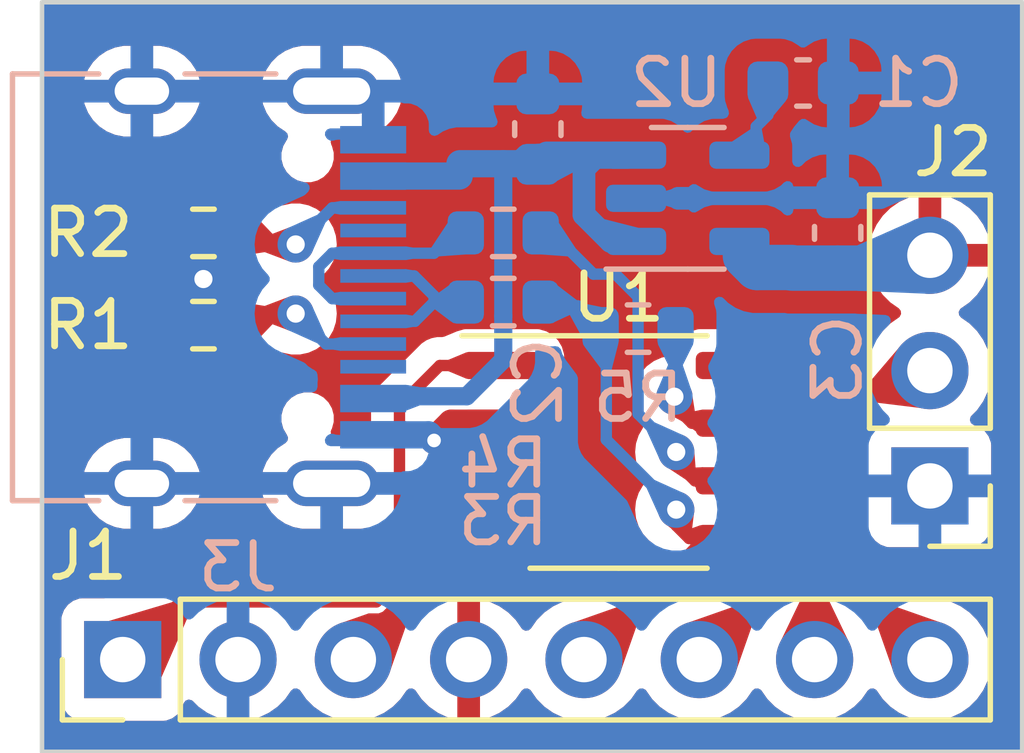
<source format=kicad_pcb>
(kicad_pcb (version 20240108) (generator "pcbnew") (generator_version "8.0")
  (layers (0 "F.Cu" signal) (31 "B.Cu" signal) (34 "B.Paste" user) (35 "F.Paste" user) (36 "B.SilkS" user "B.Silks") (37 "F.SilkS" user "F.Silks") (38 "B.Mask" user) (39 "F.Mask" user) (44 "Edge.Cuts" user))
  (net 0 "")
  (net 1 "Net-(J1-Pin_1)")
  (net 2 "Net-(J1-Pin_3)")
  (net 3 "GND")
  (net 4 "Net-(J1-Pin_5)")
  (net 5 "Net-(J1-Pin_6)")
  (net 6 "Net-(J1-Pin_7)")
  (net 7 "Net-(J1-Pin_8)")
  (net 8 "Net-(U2-EN)")
  (net 9 "Net-(J3-CC1)")
  (net 10 "Net-(J3-D+-PadA6)")
  (net 11 "Net-(J3-D--PadA7)")
  (net 13 "Net-(J3-CC2)")
  (net 15 "/Vcc")
  (net 16 "Net-(U2-BP)")
  (footprint "Resistor_SMD:R_0603_1608Metric" (layer "F.Cu") (at 144.526 103.124 180)
    (property "Reference" "R1" (at 2.54 0 180) (layer "F.SilkS"))
    (property "Value" "R_US" (hide yes))
    (fp_line (start -0.237258 0.5225) (end 0.237258 0.5225) (stroke (width 0.12)) (layer "F.SilkS"))
    (fp_line (start -0.237258 -0.5225) (end 0.237258 -0.5225) (stroke (width 0.12)) (layer "F.SilkS"))
    (pad "1" smd roundrect (at -0.825 0 180) (size 0.8 0.95) (layers "F.Cu" "F.Paste" "F.Mask") (net 9 "Net-(J3-CC1)"))
    (pad "2" smd roundrect (at 0.825 0 180) (size 0.8 0.95) (layers "F.Cu" "F.Paste" "F.Mask") (net 3 "GND"))
  )
  (footprint "Connector_PinHeader_2.54mm:PinHeader_1x03_P2.54mm_Vertical" (layer "F.Cu") (at 160.528 106.665 180)
    (property "Reference" "J2" (at -0.508 7.351 0) (layer "F.SilkS"))
    (property "Value" "Conn_01x03_Pin" (hide yes))
    (fp_line (start 1.33 1.27) (end 1.33 6.41) (stroke (width 0.12)) (layer "F.SilkS"))
    (fp_line (start -1.33 6.41) (end 1.33 6.41) (stroke (width 0.12)) (layer "F.SilkS"))
    (fp_line (start -1.33 1.27) (end 1.33 1.27) (stroke (width 0.12)) (layer "F.SilkS"))
    (fp_line (start -1.33 1.27) (end -1.33 6.41) (stroke (width 0.12)) (layer "F.SilkS"))
    (fp_line (start -1.33 0) (end -1.33 -1.33) (stroke (width 0.12)) (layer "F.SilkS"))
    (fp_line (start -1.33 -1.33) (end 0 -1.33) (stroke (width 0.12)) (layer "F.SilkS"))
    (pad "1" thru_hole rect (at 0 0 180) (size 1.7 1.7) (drill 1) (layers "*.Cu" "*.Mask") (net 3 "GND"))
    (pad "2" thru_hole oval (at 0 2.54 180) (size 1.7 1.7) (drill 1) (layers "*.Cu" "*.Mask") (net 7 "Net-(J1-Pin_8)"))
    (pad "3" thru_hole oval (at 0 5.08 180) (size 1.7 1.7) (drill 1) (layers "*.Cu" "*.Mask") (net 15 "/Vcc"))
  )
  (footprint "Resistor_SMD:R_0603_1608Metric" (layer "F.Cu") (at 144.526 101.092 180)
    (property "Reference" "R2" (at 2.54 0 180) (layer "F.SilkS"))
    (property "Value" "R_US" (hide yes))
    (fp_line (start -0.237258 0.5225) (end 0.237258 0.5225) (stroke (width 0.12)) (layer "F.SilkS"))
    (fp_line (start -0.237258 -0.5225) (end 0.237258 -0.5225) (stroke (width 0.12)) (layer "F.SilkS"))
    (pad "1" smd roundrect (at -0.825 0 180) (size 0.8 0.95) (layers "F.Cu" "F.Paste" "F.Mask") (net 13 "Net-(J3-CC2)"))
    (pad "2" smd roundrect (at 0.825 0 180) (size 0.8 0.95) (layers "F.Cu" "F.Paste" "F.Mask") (net 3 "GND"))
  )
  (footprint "Connector_PinHeader_2.54mm:PinHeader_1x08_P2.54mm_Vertical" (layer "F.Cu") (at 142.748 110.49 90)
    (property "Reference" "J1" (at 2.286 -0.762 180) (layer "F.SilkS"))
    (property "Value" "Conn_01x08_Pin" (hide yes))
    (fp_line (start -1.33 -1.33) (end 0 -1.33) (stroke (width 0.12)) (layer "F.SilkS"))
    (fp_line (start -1.33 0) (end -1.33 -1.33) (stroke (width 0.12)) (layer "F.SilkS"))
    (fp_line (start 1.33 1.27) (end 1.33 19.11) (stroke (width 0.12)) (layer "F.SilkS"))
    (fp_line (start -1.33 1.27) (end 1.33 1.27) (stroke (width 0.12)) (layer "F.SilkS"))
    (fp_line (start -1.33 1.27) (end -1.33 19.11) (stroke (width 0.12)) (layer "F.SilkS"))
    (fp_line (start -1.33 19.11) (end 1.33 19.11) (stroke (width 0.12)) (layer "F.SilkS"))
    (pad "1" thru_hole rect (at 0 0 90) (size 1.7 1.7) (drill 1) (layers "*.Cu" "*.Mask") (net 1 "Net-(J1-Pin_1)"))
    (pad "2" thru_hole oval (at 0 2.54 90) (size 1.7 1.7) (drill 1) (layers "*.Cu" "*.Mask") (net 3 "GND"))
    (pad "3" thru_hole oval (at 0 5.08 90) (size 1.7 1.7) (drill 1) (layers "*.Cu" "*.Mask") (net 2 "Net-(J1-Pin_3)"))
    (pad "4" thru_hole oval (at 0 7.62 90) (size 1.7 1.7) (drill 1) (layers "*.Cu" "*.Mask") (net 15 "/Vcc"))
    (pad "5" thru_hole oval (at 0 10.16 90) (size 1.7 1.7) (drill 1) (layers "*.Cu" "*.Mask") (net 4 "Net-(J1-Pin_5)"))
    (pad "6" thru_hole oval (at 0 12.7 90) (size 1.7 1.7) (drill 1) (layers "*.Cu" "*.Mask") (net 5 "Net-(J1-Pin_6)"))
    (pad "7" thru_hole oval (at 0 15.24 90) (size 1.7 1.7) (drill 1) (layers "*.Cu" "*.Mask") (net 6 "Net-(J1-Pin_7)"))
    (pad "8" thru_hole oval (at 0 17.78 90) (size 1.7 1.7) (drill 1) (layers "*.Cu" "*.Mask") (net 7 "Net-(J1-Pin_8)"))
  )
  (footprint "Package_SO:SO-8_3.9x4.9mm_P1.27mm" (layer "F.Cu") (at 153.67 105.918)
    (property "Reference" "U1" (at 0 -3.4 0) (layer "F.SilkS"))
    (property "Value" "~")
    (fp_line (start 0 -2.56) (end -3.45 -2.56) (stroke (width 0.12)) (layer "F.SilkS"))
    (fp_line (start 0 -2.56) (end 1.95 -2.56) (stroke (width 0.12)) (layer "F.SilkS"))
    (fp_line (start 0 2.56) (end -1.95 2.56) (stroke (width 0.12)) (layer "F.SilkS"))
    (fp_line (start 0 2.56) (end 1.95 2.56) (stroke (width 0.12)) (layer "F.SilkS"))
    (pad "1" smd roundrect (at -2.575 -1.905) (size 1.75 0.6) (layers "F.Cu" "F.Paste" "F.Mask") (net 1 "Net-(J1-Pin_1)"))
    (pad "2" smd roundrect (at -2.575 -0.635) (size 1.75 0.6) (layers "F.Cu" "F.Paste" "F.Mask") (net 3 "GND"))
    (pad "3" smd roundrect (at -2.575 0.635) (size 1.75 0.6) (layers "F.Cu" "F.Paste" "F.Mask") (net 2 "Net-(J1-Pin_3)"))
    (pad "4" smd roundrect (at -2.575 1.905) (size 1.75 0.6) (layers "F.Cu" "F.Paste" "F.Mask") (net 15 "/Vcc"))
    (pad "5" smd roundrect (at 2.575 1.905) (size 1.75 0.6) (layers "F.Cu" "F.Paste" "F.Mask") (net 4 "Net-(J1-Pin_5)"))
    (pad "6" smd roundrect (at 2.575 0.635) (size 1.75 0.6) (layers "F.Cu" "F.Paste" "F.Mask") (net 5 "Net-(J1-Pin_6)"))
    (pad "7" smd roundrect (at 2.575 -0.635) (size 1.75 0.6) (layers "F.Cu" "F.Paste" "F.Mask") (net 6 "Net-(J1-Pin_7)"))
    (pad "8" smd roundrect (at 2.575 -1.905) (size 1.75 0.6) (layers "F.Cu" "F.Paste" "F.Mask") (net 7 "Net-(J1-Pin_8)"))
  )
  (footprint "Resistor_SMD:R_0603_1608Metric" (layer "B.Cu") (at 151.13 101.092)
    (property "Reference" "R4" (at 0 5.08 180) (layer "B.SilkS") (effects (justify mirror)))
    (property "Value" "R_US" (hide yes))
    (fp_line (start -0.237258 -0.5225) (end 0.237258 -0.5225) (stroke (width 0.12)) (layer "B.SilkS"))
    (fp_line (start -0.237258 0.5225) (end 0.237258 0.5225) (stroke (width 0.12)) (layer "B.SilkS"))
    (pad "1" smd roundrect (at -0.825 0) (size 0.8 0.95) (layers "B.Cu" "B.Paste" "B.Mask") (net 10 "Net-(J3-D+-PadA6)"))
    (pad "2" smd roundrect (at 0.825 0) (size 0.8 0.95) (layers "B.Cu" "B.Paste" "B.Mask") (net 5 "Net-(J1-Pin_6)"))
  )
  (footprint "Capacitor_SMD:C_0603_1608Metric" (layer "B.Cu") (at 157.734 97.79 180)
    (property "Reference" "C1" (at -2.54 0 0) (layer "B.SilkS") (effects (justify mirror)))
    (property "Value" "C_Small" (hide yes))
    (fp_line (start -0.14058 0.51) (end 0.14058 0.51) (stroke (width 0.12)) (layer "B.SilkS"))
    (fp_line (start -0.14058 -0.51) (end 0.14058 -0.51) (stroke (width 0.12)) (layer "B.SilkS"))
    (pad "1" smd roundrect (at -0.775 0 180) (size 0.9 0.95) (layers "B.Cu" "B.Paste" "B.Mask") (net 3 "GND"))
    (pad "2" smd roundrect (at 0.775 0 180) (size 0.9 0.95) (layers "B.Cu" "B.Paste" "B.Mask") (net 16 "Net-(U2-BP)"))
  )
  (footprint "Capacitor_SMD:C_0603_1608Metric" (layer "B.Cu") (at 151.892 98.806 -90)
    (property "Reference" "C2" (at 5.588 0 90) (layer "B.SilkS") (effects (justify mirror)))
    (property "Value" "C_Small" (hide yes))
    (fp_line (start -0.14058 0.51) (end 0.14058 0.51) (stroke (width 0.12)) (layer "B.SilkS"))
    (fp_line (start -0.14058 -0.51) (end 0.14058 -0.51) (stroke (width 0.12)) (layer "B.SilkS"))
    (pad "1" smd roundrect (at -0.775 0 270) (size 0.9 0.95) (layers "B.Cu" "B.Paste" "B.Mask") (net 3 "GND"))
    (pad "2" smd roundrect (at 0.775 0 270) (size 0.9 0.95) (layers "B.Cu" "B.Paste" "B.Mask") (net 8 "Net-(U2-EN)"))
  )
  (footprint "Connector_USB:USB_C_Receptacle_HRO_TYPE-C-31-M-12" (layer "B.Cu") (at 144.22 102.289966 90)
    (property "Reference" "J3" (at -6.168034 1.068 0) (layer "B.SilkS") (effects (justify mirror)))
    (property "Value" "USB_C_Receptacle_USB2.0")
    (fp_line (start -4.7 -3.9) (end 4.7 -3.9) (stroke (width 0.12)) (layer "B.SilkS"))
    (fp_line (start 4.7 -2) (end 4.7 -3.9) (stroke (width 0.12)) (layer "B.SilkS"))
    (fp_line (start -4.7 -2) (end -4.7 -3.9) (stroke (width 0.12)) (layer "B.SilkS"))
    (fp_line (start 4.7 1.9) (end 4.7 -0.1) (stroke (width 0.12)) (layer "B.SilkS"))
    (fp_line (start -4.7 1.9) (end -4.7 -0.1) (stroke (width 0.12)) (layer "B.SilkS"))
    (pad "" np_thru_hole circle (at -2.89 2.6 90) (size 0.65 0.65) (drill 0.65) (layers "*.Cu" "*.Mask"))
    (pad "" np_thru_hole circle (at 2.89 2.6 90) (size 0.65 0.65) (drill 0.65) (layers "*.Cu" "*.Mask"))
    (pad "A1" smd rect (at -3.25 4.045 90) (size 0.6 1.45) (layers "B.Cu" "B.Paste" "B.Mask") (net 3 "GND"))
    (pad "A4" smd rect (at -2.45 4.045 90) (size 0.6 1.45) (layers "B.Cu" "B.Paste" "B.Mask") (net 8 "Net-(U2-EN)"))
    (pad "A5" smd rect (at -1.25 4.045 90) (size 0.3 1.45) (layers "B.Cu" "B.Paste" "B.Mask") (net 9 "Net-(J3-CC1)"))
    (pad "A6" smd rect (at -0.25 4.045 90) (size 0.3 1.45) (layers "B.Cu" "B.Paste" "B.Mask") (net 10 "Net-(J3-D+-PadA6)"))
    (pad "A7" smd rect (at 0.25 4.045 90) (size 0.3 1.45) (layers "B.Cu" "B.Paste" "B.Mask") (net 11 "Net-(J3-D--PadA7)"))
    (pad "A8" smd rect (at 1.25 4.045 90) (size 0.3 1.45) (layers "B.Cu" "B.Paste" "B.Mask"))
    (pad "A9" smd rect (at 2.45 4.045 90) (size 0.6 1.45) (layers "B.Cu" "B.Paste" "B.Mask") (net 8 "Net-(U2-EN)"))
    (pad "A12" smd rect (at 3.25 4.045 90) (size 0.6 1.45) (layers "B.Cu" "B.Paste" "B.Mask") (net 3 "GND"))
    (pad "B1" smd rect (at 3.25 4.045 90) (size 0.6 1.45) (layers "B.Cu" "B.Paste" "B.Mask") (net 3 "GND"))
    (pad "B4" smd rect (at 2.45 4.045 90) (size 0.6 1.45) (layers "B.Cu" "B.Paste" "B.Mask") (net 8 "Net-(U2-EN)"))
    (pad "B5" smd rect (at 1.75 4.045 90) (size 0.3 1.45) (layers "B.Cu" "B.Paste" "B.Mask") (net 13 "Net-(J3-CC2)"))
    (pad "B6" smd rect (at 0.75 4.045 90) (size 0.3 1.45) (layers "B.Cu" "B.Paste" "B.Mask") (net 10 "Net-(J3-D+-PadA6)"))
    (pad "B7" smd rect (at -0.75 4.045 90) (size 0.3 1.45) (layers "B.Cu" "B.Paste" "B.Mask") (net 11 "Net-(J3-D--PadA7)"))
    (pad "B8" smd rect (at -1.75 4.045 90) (size 0.3 1.45) (layers "B.Cu" "B.Paste" "B.Mask"))
    (pad "B9" smd rect (at -2.45 4.045 90) (size 0.6 1.45) (layers "B.Cu" "B.Paste" "B.Mask") (net 8 "Net-(U2-EN)"))
    (pad "B12" smd rect (at -3.25 4.045 90) (size 0.6 1.45) (layers "B.Cu" "B.Paste" "B.Mask") (net 3 "GND"))
    (pad "S1" thru_hole oval (at -4.32 -1.05 90) (size 1 1.6) (drill oval 0.6 1.2) (layers "*.Cu" "*.Mask") (net 3 "GND"))
    (pad "S1" thru_hole oval (at -4.32 3.13 90) (size 1 2.1) (drill oval 0.6 1.7) (layers "*.Cu" "*.Mask") (net 3 "GND"))
    (pad "S1" thru_hole oval (at 4.32 -1.05 90) (size 1 1.6) (drill oval 0.6 1.2) (layers "*.Cu" "*.Mask") (net 3 "GND"))
    (pad "S1" thru_hole oval (at 4.32 3.13 90) (size 1 2.1) (drill oval 0.6 1.7) (layers "*.Cu" "*.Mask") (net 3 "GND"))
  )
  (footprint "Package_TO_SOT_SMD:SOT-23-5" (layer "B.Cu") (at 155.194 100.33)
    (property "Reference" "U2" (at -0.254 -2.54 0) (layer "B.SilkS") (effects (justify mirror)))
    (property "Value" "~")
    (fp_line (start 0 -1.56) (end -0.8 -1.56) (stroke (width 0.12)) (layer "B.SilkS"))
    (fp_line (start 0 -1.56) (end 0.8 -1.56) (stroke (width 0.12)) (layer "B.SilkS"))
    (fp_line (start 0 1.56) (end -1.8 1.56) (stroke (width 0.12)) (layer "B.SilkS"))
    (fp_line (start 0 1.56) (end 0.8 1.56) (stroke (width 0.12)) (layer "B.SilkS"))
    (pad "1" smd roundrect (at -1.1375 0.95) (size 1.325 0.6) (layers "B.Cu" "B.Paste" "B.Mask") (net 8 "Net-(U2-EN)"))
    (pad "2" smd roundrect (at -1.1375 0) (size 1.325 0.6) (layers "B.Cu" "B.Paste" "B.Mask") (net 3 "GND"))
    (pad "3" smd roundrect (at -1.1375 -0.95) (size 1.325 0.6) (layers "B.Cu" "B.Paste" "B.Mask") (net 8 "Net-(U2-EN)"))
    (pad "4" smd roundrect (at 1.1375 -0.95) (size 1.325 0.6) (layers "B.Cu" "B.Paste" "B.Mask") (net 16 "Net-(U2-BP)"))
    (pad "5" smd roundrect (at 1.1375 0.95) (size 1.325 0.6) (layers "B.Cu" "B.Paste" "B.Mask") (net 15 "/Vcc"))
  )
  (footprint "Resistor_SMD:R_0603_1608Metric" (layer "B.Cu") (at 151.13 102.616)
    (property "Reference" "R3" (at 0 4.826 0) (layer "B.SilkS") (effects (justify mirror)))
    (property "Value" "R_US" (hide yes))
    (fp_line (start -0.237258 -0.5225) (end 0.237258 -0.5225) (stroke (width 0.12)) (layer "B.SilkS"))
    (fp_line (start -0.237258 0.5225) (end 0.237258 0.5225) (stroke (width 0.12)) (layer "B.SilkS"))
    (pad "1" smd roundrect (at -0.825 0) (size 0.8 0.95) (layers "B.Cu" "B.Paste" "B.Mask") (net 11 "Net-(J3-D--PadA7)"))
    (pad "2" smd roundrect (at 0.825 0) (size 0.8 0.95) (layers "B.Cu" "B.Paste" "B.Mask") (net 4 "Net-(J1-Pin_5)"))
  )
  (footprint "Resistor_SMD:R_0603_1608Metric" (layer "B.Cu") (at 154.1 103.2)
    (property "Reference" "R5" (at 0 1.524 0) (layer "B.SilkS") (effects (justify mirror)))
    (property "Value" "R_US")
    (fp_line (start -0.237258 -0.5225) (end 0.237258 -0.5225) (stroke (width 0.12)) (layer "B.SilkS"))
    (fp_line (start -0.237258 0.5225) (end 0.237258 0.5225) (stroke (width 0.12)) (layer "B.SilkS"))
    (pad "1" smd roundrect (at -0.825 0) (size 0.8 0.95) (layers "B.Cu" "B.Paste" "B.Mask") (net 4 "Net-(J1-Pin_5)"))
    (pad "2" smd roundrect (at 0.825 0) (size 0.8 0.95) (layers "B.Cu" "B.Paste" "B.Mask") (net 6 "Net-(J1-Pin_7)"))
  )
  (footprint "Capacitor_SMD:C_0603_1608Metric" (layer "B.Cu") (at 158.496 101.092 -90)
    (property "Reference" "C3" (at 2.794 0 -90) (layer "B.SilkS") (effects (justify mirror)))
    (property "Value" "C_Small" (hide yes))
    (fp_line (start -0.14058 0.51) (end 0.14058 0.51) (stroke (width 0.12)) (layer "B.SilkS"))
    (fp_line (start -0.14058 -0.51) (end 0.14058 -0.51) (stroke (width 0.12)) (layer "B.SilkS"))
    (pad "1" smd roundrect (at -0.775 0 270) (size 0.9 0.95) (layers "B.Cu" "B.Paste" "B.Mask") (net 3 "GND"))
    (pad "2" smd roundrect (at 0.775 0 270) (size 0.9 0.95) (layers "B.Cu" "B.Paste" "B.Mask") (net 15 "/Vcc"))
  )
  (gr_rect (start 140.97 96.012) (end 162.56 112.522) (stroke (width 0.1)) (fill none) (layer "Edge.Cuts"))
  (segment (start 148.844 104.902) (end 148.844 108.712) (width 0.25) (layer "F.Cu") (net 1))
  (segment (start 149.733 104.013) (end 148.844 104.902) (width 0.25) (layer "F.Cu") (net 1))
  (segment (start 148.336 109.22) (end 144.018 109.22) (width 0.25) (layer "F.Cu") (net 1))
  (segment (start 151.095 104.013) (end 149.733 104.013) (width 0.25) (layer "F.Cu") (net 1))
  (segment (start 148.844 108.712) (end 148.336 109.22) (width 0.25) (layer "F.Cu") (net 1))
  (segment (start 144.018 109.22) (end 142.748 110.49) (width 0.25) (layer "F.Cu") (net 1))
  (segment (start 149.987 106.553) (end 151.095 106.553) (width 0.25) (layer "F.Cu") (net 2))
  (segment (start 149.86 106.68) (end 149.987 106.553) (width 0.25) (layer "F.Cu") (net 2))
  (segment (start 147.828 110.49) (end 149.86 108.458) (width 0.25) (layer "F.Cu") (net 2))
  (segment (start 149.86 108.458) (end 149.86 106.68) (width 0.25) (layer "F.Cu") (net 2))
  (segment (start 151.095 105.283) (end 149.987 105.283) (width 0.6) (layer "F.Cu") (net 3))
  (segment (start 143.701 101.283) (end 144.526 102.108) (width 0.25) (layer "F.Cu") (net 3))
  (segment (start 143.701 101.092) (end 143.701 101.283) (width 0.25) (layer "F.Cu") (net 3))
  (segment (start 143.701 103.124) (end 143.701 102.933) (width 0.25) (layer "F.Cu") (net 3))
  (segment (start 149.987 105.283) (end 149.606 105.664) (width 0.6) (layer "F.Cu") (net 3))
  (segment (start 143.701 102.933) (end 144.526 102.108) (width 0.25) (layer "F.Cu") (net 3))
  (via (at 149.606 105.664) (size 0.6) (drill 0.3) (layers "F.Cu" "B.Cu") (net 3))
  (via (at 144.526 102.108) (size 0.8) (drill 0.4) (layers "F.Cu" "B.Cu") (net 3))
  (segment (start 149.606 105.664) (end 149.481966 105.539966) (width 0.6) (layer "B.Cu") (net 3))
  (segment (start 149.481966 105.539966) (end 148.265 105.539966) (width 0.6) (layer "B.Cu") (net 3))
  (segment (start 154.94 107.188) (end 154.94 107.54) (width 0.25) (layer "F.Cu") (net 4))
  (segment (start 156.245 107.823) (end 155.575 107.823) (width 0.25) (layer "F.Cu") (net 4))
  (segment (start 155.575 107.823) (end 152.908 110.49) (width 0.25) (layer "F.Cu") (net 4))
  (segment (start 155.223 107.823) (end 156.245 107.823) (width 0.25) (layer "F.Cu") (net 4))
  (segment (start 154.94 107.54) (end 155.223 107.823) (width 0.25) (layer "F.Cu") (net 4))
  (via (at 154.94 107.188) (size 0.8) (drill 0.4) (layers "F.Cu" "B.Cu") (net 4))
  (segment (start 153.4 103.325) (end 152.776 102.701) (width 0.25) (layer "B.Cu") (net 4))
  (segment (start 152.776 102.701) (end 152.04 102.701) (width 0.25) (layer "B.Cu") (net 4))
  (segment (start 154.94 107.188) (end 153.4 105.648) (width 0.25) (layer "B.Cu") (net 4))
  (segment (start 153.4 105.648) (end 153.4 103.325) (width 0.25) (layer "B.Cu") (net 4))
  (segment (start 154.94 105.918) (end 154.94 106.14) (width 0.25) (layer "F.Cu") (net 5))
  (segment (start 157.099 106.553) (end 157.538 106.992) (width 0.25) (layer "F.Cu") (net 5))
  (segment (start 155.353 106.553) (end 156.245 106.553) (width 0.25) (layer "F.Cu") (net 5))
  (segment (start 154.94 106.14) (end 155.353 106.553) (width 0.25) (layer "F.Cu") (net 5))
  (segment (start 156.245 106.553) (end 157.099 106.553) (width 0.25) (layer "F.Cu") (net 5))
  (segment (start 157.538 108.4) (end 155.448 110.49) (width 0.25) (layer "F.Cu") (net 5))
  (segment (start 157.538 106.992) (end 157.538 108.4) (width 0.25) (layer "F.Cu") (net 5))
  (via (at 154.94 105.918) (size 0.8) (drill 0.4) (layers "F.Cu" "B.Cu") (net 5))
  (segment (start 153.117 102) (end 151.955 100.838) (width 0.25) (layer "B.Cu") (net 5))
  (segment (start 154.1 105.078) (end 154.1 102.5) (width 0.25) (layer "B.Cu") (net 5))
  (segment (start 153.6 102) (end 153.117 102) (width 0.25) (layer "B.Cu") (net 5))
  (segment (start 154.94 105.918) (end 154.1 105.078) (width 0.25) (layer "B.Cu") (net 5))
  (segment (start 154.1 102.5) (end 153.6 102) (width 0.25) (layer "B.Cu") (net 5))
  (segment (start 155.283 105.283) (end 156.245 105.283) (width 0.25) (layer "F.Cu") (net 6))
  (segment (start 154.9 104.9) (end 155.283 105.283) (width 0.25) (layer "F.Cu") (net 6))
  (segment (start 156.245 105.283) (end 157.099 105.283) (width 0.25) (layer "F.Cu") (net 6))
  (segment (start 157.988 106.172) (end 157.988 110.49) (width 0.25) (layer "F.Cu") (net 6))
  (segment (start 154.9 104.7) (end 154.9 104.9) (width 0.25) (layer "F.Cu") (net 6))
  (segment (start 157.099 105.283) (end 157.988 106.172) (width 0.25) (layer "F.Cu") (net 6))
  (via (at 154.9 104.7) (size 0.8) (drill 0.4) (layers "F.Cu" "B.Cu") (net 6))
  (segment (start 154.925 104.675) (end 154.9 104.7) (width 0.25) (layer "B.Cu") (net 6))
  (segment (start 154.925 103.2) (end 154.925 104.675) (width 0.25) (layer "B.Cu") (net 6))
  (segment (start 158.438 108.4) (end 158.438 105.352) (width 0.25) (layer "F.Cu") (net 7))
  (segment (start 157.099 104.013) (end 156.521751 104.013) (width 0.25) (layer "F.Cu") (net 7))
  (segment (start 158.438 105.352) (end 157.099 104.013) (width 0.25) (layer "F.Cu") (net 7))
  (segment (start 159.65 104.14) (end 158.438 105.352) (width 0.25) (layer "F.Cu") (net 7))
  (segment (start 156.372 104.14) (end 156.245 104.013) (width 0.25) (layer "F.Cu") (net 7))
  (segment (start 156.521751 104.013) (end 156.245 104.013) (width 0.25) (layer "F.Cu") (net 7))
  (segment (start 160.528 104.14) (end 159.65 104.14) (width 0.25) (layer "F.Cu") (net 7))
  (segment (start 160.528 110.49) (end 158.438 108.4) (width 0.25) (layer "F.Cu") (net 7))
  (segment (start 151.13 103.886) (end 151.13 102.921488) (width 0.4) (layer "B.Cu") (net 8))
  (segment (start 150.326034 104.689966) (end 151.13 103.886) (width 0.4) (layer "B.Cu") (net 8))
  (segment (start 153.86246 99.38) (end 153.2035 99.38) (width 0.5) (layer "B.Cu") (net 8))
  (segment (start 152.908 99.6755) (end 152.908 100.692528) (width 0.5) (layer "B.Cu") (net 8))
  (segment (start 151.13 102.921488) (end 151.13 99.568) (width 0.4) (layer "B.Cu") (net 8))
  (segment (start 151.13 99.568) (end 151.879 99.568) (width 0.6) (layer "B.Cu") (net 8))
  (segment (start 153.495472 101.28) (end 153.604 101.28) (width 0.5) (layer "B.Cu") (net 8))
  (segment (start 153.604 101.28) (end 154.0565 101.28) (width 0.127) (layer "B.Cu") (net 8))
  (segment (start 152.093 99.38) (end 153.86246 99.38) (width 0.6) (layer "B.Cu") (net 8))
  (segment (start 148.366518 104.689966) (end 150.326034 104.689966) (width 0.4) (layer "B.Cu") (net 8))
  (segment (start 150.177 99.568) (end 151.13 99.568) (width 0.6) (layer "B.Cu") (net 8))
  (segment (start 150.368 99.631) (end 150.159034 99.839966) (width 0.127) (layer "B.Cu") (net 8))
  (segment (start 150.159034 99.839966) (end 148.265 99.839966) (width 0.6) (layer "B.Cu") (net 8))
  (segment (start 152.908 100.692528) (end 153.495472 101.28) (width 0.5) (layer "B.Cu") (net 8))
  (segment (start 154.0565 99.38) (end 153.86246 99.38) (width 0.127) (layer "B.Cu") (net 8))
  (segment (start 153.2035 99.38) (end 152.908 99.6755) (width 0.5) (layer "B.Cu") (net 8))
  (segment (start 145.605 102.87) (end 145.351 103.124) (width 0.25) (layer "F.Cu") (net 9))
  (segment (start 146.558 102.87) (end 145.097 102.87) (width 0.25) (layer "F.Cu") (net 9))
  (via (at 146.558 102.87) (size 0.8) (drill 0.4) (layers "F.Cu" "B.Cu") (net 9))
  (segment (start 147.227966 103.539966) (end 146.558 102.87) (width 0.25) (layer "B.Cu") (net 9))
  (segment (start 148.366518 103.539966) (end 147.227966 103.539966) (width 0.25) (layer "B.Cu") (net 9))
  (segment (start 147.363 101.539966) (end 147.066 101.836966) (width 0.25) (layer "B.Cu") (net 10))
  (segment (start 148.265 101.539966) (end 147.363 101.539966) (width 0.25) (layer "B.Cu") (net 10))
  (segment (start 149.603034 101.539966) (end 148.366518 101.539966) (width 0.25) (layer "B.Cu") (net 10))
  (segment (start 147.066 101.836966) (end 147.066 102.242966) (width 0.25) (layer "B.Cu") (net 10))
  (segment (start 147.066 102.242966) (end 147.363 102.539966) (width 0.25) (layer "B.Cu") (net 10))
  (segment (start 147.363 102.539966) (end 148.265 102.539966) (width 0.25) (layer "B.Cu") (net 10))
  (segment (start 150.305 100.838) (end 149.603034 101.539966) (width 0.25) (layer "B.Cu") (net 10))
  (segment (start 150.305 102.616) (end 149.606 102.616) (width 0.25) (layer "B.Cu") (net 11))
  (segment (start 148.265 102.039966) (end 149.167 102.039966) (width 0.25) (layer "B.Cu") (net 11))
  (segment (start 149.606 102.616) (end 149.182034 103.039966) (width 0.25) (layer "B.Cu") (net 11))
  (segment (start 149.182034 103.039966) (end 148.265 103.039966) (width 0.25) (layer "B.Cu") (net 11))
  (segment (start 149.167 102.039966) (end 149.606 102.478966) (width 0.25) (layer "B.Cu") (net 11))
  (segment (start 149.606 102.478966) (end 149.606 102.616) (width 0.25) (layer "B.Cu") (net 11))
  (segment (start 145.605 101.346) (end 145.351 101.092) (width 0.25) (layer "F.Cu") (net 13))
  (segment (start 146.558 101.346) (end 145.097 101.346) (width 0.25) (layer "F.Cu") (net 13))
  (via (at 146.558 101.346) (size 0.8) (drill 0.4) (layers "F.Cu" "B.Cu") (net 13))
  (segment (start 147.364034 100.539966) (end 146.558 101.346) (width 0.25) (layer "B.Cu") (net 13))
  (segment (start 148.366518 100.539966) (end 147.364034 100.539966) (width 0.25) (layer "B.Cu") (net 13))
  (segment (start 156.718 101.854) (end 157.48 101.854) (width 1) (layer "B.Cu") (net 15))
  (segment (start 157.48 101.854) (end 157.493 101.867) (width 0.5) (layer "B.Cu") (net 15))
  (segment (start 158.496 101.867) (end 159.499 101.867) (width 1) (layer "B.Cu") (net 15))
  (segment (start 157.493 101.867) (end 158.496 101.867) (width 1) (layer "B.Cu") (net 15))
  (segment (start 159.499 101.867) (end 159.766 101.6) (width 1) (layer "B.Cu") (net 15))
  (segment (start 156.464 101.6) (end 156.718 101.854) (width 1) (layer "B.Cu") (net 15))
  (segment (start 159.766 101.6) (end 160.528 101.6) (width 1) (layer "B.Cu") (net 15))
  (segment (start 156.959 98.4935) (end 156.7 98.7525) (width 0.25) (layer "B.Cu") (net 16))
  (segment (start 156.7 98.7525) (end 156.7 99.0115) (width 0.25) (layer "B.Cu") (net 16))
  (segment (start 156.7 99.0115) (end 156.3315 99.38) (width 0.25) (layer "B.Cu") (net 16))
  (segment (start 156.959 97.79) (end 156.959 98.4935) (width 0.25) (layer "B.Cu") (net 16))
  (zone (net 15) (net_name "/Vcc") (layer "F.Cu") (connect_pads (clearance 0.5)) (min_thickness 0.25) (fill yes (thermal_gap 0.5) (thermal_bridge_width 0.5))
    (polygon (pts (xy 162.56 96.012) (xy 140.97 96.012) (xy 140.97 112.522) (xy 162.56 112.522)))
  )
  (zone (net 3) (net_name "GND") (layer "B.Cu") (priority 1) (connect_pads (clearance 0.5)) (min_thickness 0.25) (fill yes (thermal_gap 0.5) (thermal_bridge_width 0.5))
    (polygon (pts (xy 162.56 96.012) (xy 140.97 96.012) (xy 140.97 112.522) (xy 162.56 112.522)))
  )
)
</source>
